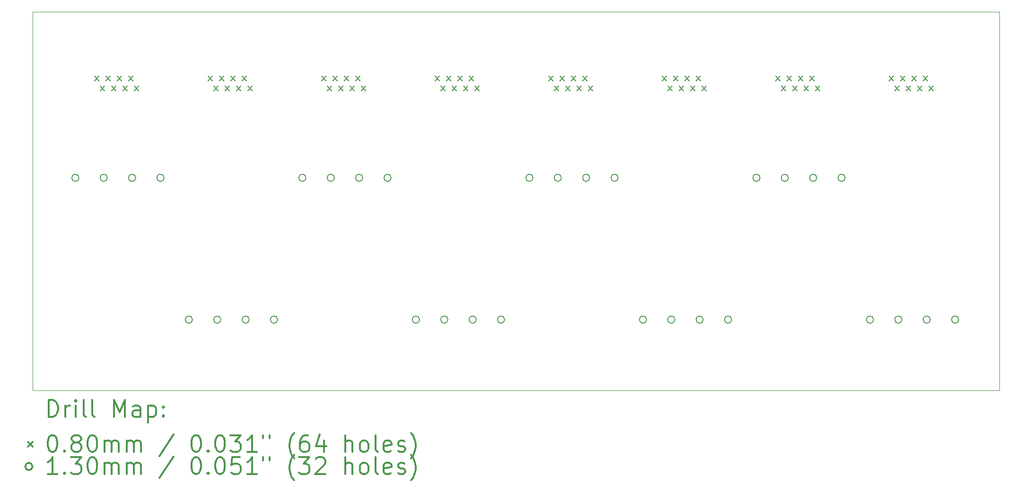
<source format=gbr>
%FSLAX45Y45*%
G04 Gerber Fmt 4.5, Leading zero omitted, Abs format (unit mm)*
G04 Created by KiCad (PCBNEW (5.1.9)-1) date 2021-09-29 15:51:36*
%MOMM*%
%LPD*%
G01*
G04 APERTURE LIST*
%TA.AperFunction,Profile*%
%ADD10C,0.100000*%
%TD*%
%ADD11C,0.200000*%
%ADD12C,0.300000*%
G04 APERTURE END LIST*
D10*
X23777000Y-13208000D02*
X23777000Y-6428000D01*
X23777000Y-6428000D02*
X6477000Y-6428000D01*
X6477000Y-13208000D02*
X23777000Y-13208000D01*
X6477000Y-6428000D02*
X6477000Y-13208000D01*
D11*
X7580000Y-7580000D02*
X7660000Y-7660000D01*
X7660000Y-7580000D02*
X7580000Y-7660000D01*
X7681600Y-7758000D02*
X7761600Y-7838000D01*
X7761600Y-7758000D02*
X7681600Y-7838000D01*
X7783200Y-7580000D02*
X7863200Y-7660000D01*
X7863200Y-7580000D02*
X7783200Y-7660000D01*
X7884800Y-7758000D02*
X7964800Y-7838000D01*
X7964800Y-7758000D02*
X7884800Y-7838000D01*
X7986400Y-7580000D02*
X8066400Y-7660000D01*
X8066400Y-7580000D02*
X7986400Y-7660000D01*
X8088000Y-7758000D02*
X8168000Y-7838000D01*
X8168000Y-7758000D02*
X8088000Y-7838000D01*
X8189600Y-7580000D02*
X8269600Y-7660000D01*
X8269600Y-7580000D02*
X8189600Y-7660000D01*
X8291200Y-7758000D02*
X8371200Y-7838000D01*
X8371200Y-7758000D02*
X8291200Y-7838000D01*
X9612000Y-7580000D02*
X9692000Y-7660000D01*
X9692000Y-7580000D02*
X9612000Y-7660000D01*
X9713600Y-7758000D02*
X9793600Y-7838000D01*
X9793600Y-7758000D02*
X9713600Y-7838000D01*
X9815200Y-7580000D02*
X9895200Y-7660000D01*
X9895200Y-7580000D02*
X9815200Y-7660000D01*
X9916800Y-7758000D02*
X9996800Y-7838000D01*
X9996800Y-7758000D02*
X9916800Y-7838000D01*
X10018400Y-7580000D02*
X10098400Y-7660000D01*
X10098400Y-7580000D02*
X10018400Y-7660000D01*
X10120000Y-7758000D02*
X10200000Y-7838000D01*
X10200000Y-7758000D02*
X10120000Y-7838000D01*
X10221600Y-7580000D02*
X10301600Y-7660000D01*
X10301600Y-7580000D02*
X10221600Y-7660000D01*
X10323200Y-7758000D02*
X10403200Y-7838000D01*
X10403200Y-7758000D02*
X10323200Y-7838000D01*
X11644000Y-7580000D02*
X11724000Y-7660000D01*
X11724000Y-7580000D02*
X11644000Y-7660000D01*
X11745600Y-7758000D02*
X11825600Y-7838000D01*
X11825600Y-7758000D02*
X11745600Y-7838000D01*
X11847200Y-7580000D02*
X11927200Y-7660000D01*
X11927200Y-7580000D02*
X11847200Y-7660000D01*
X11948800Y-7758000D02*
X12028800Y-7838000D01*
X12028800Y-7758000D02*
X11948800Y-7838000D01*
X12050400Y-7580000D02*
X12130400Y-7660000D01*
X12130400Y-7580000D02*
X12050400Y-7660000D01*
X12152000Y-7758000D02*
X12232000Y-7838000D01*
X12232000Y-7758000D02*
X12152000Y-7838000D01*
X12253600Y-7580000D02*
X12333600Y-7660000D01*
X12333600Y-7580000D02*
X12253600Y-7660000D01*
X12355200Y-7758000D02*
X12435200Y-7838000D01*
X12435200Y-7758000D02*
X12355200Y-7838000D01*
X13676000Y-7580000D02*
X13756000Y-7660000D01*
X13756000Y-7580000D02*
X13676000Y-7660000D01*
X13777600Y-7758000D02*
X13857600Y-7838000D01*
X13857600Y-7758000D02*
X13777600Y-7838000D01*
X13879200Y-7580000D02*
X13959200Y-7660000D01*
X13959200Y-7580000D02*
X13879200Y-7660000D01*
X13980800Y-7758000D02*
X14060800Y-7838000D01*
X14060800Y-7758000D02*
X13980800Y-7838000D01*
X14082400Y-7580000D02*
X14162400Y-7660000D01*
X14162400Y-7580000D02*
X14082400Y-7660000D01*
X14184000Y-7758000D02*
X14264000Y-7838000D01*
X14264000Y-7758000D02*
X14184000Y-7838000D01*
X14285600Y-7580000D02*
X14365600Y-7660000D01*
X14365600Y-7580000D02*
X14285600Y-7660000D01*
X14387200Y-7758000D02*
X14467200Y-7838000D01*
X14467200Y-7758000D02*
X14387200Y-7838000D01*
X15708000Y-7580000D02*
X15788000Y-7660000D01*
X15788000Y-7580000D02*
X15708000Y-7660000D01*
X15809600Y-7758000D02*
X15889600Y-7838000D01*
X15889600Y-7758000D02*
X15809600Y-7838000D01*
X15911200Y-7580000D02*
X15991200Y-7660000D01*
X15991200Y-7580000D02*
X15911200Y-7660000D01*
X16012800Y-7758000D02*
X16092800Y-7838000D01*
X16092800Y-7758000D02*
X16012800Y-7838000D01*
X16114400Y-7580000D02*
X16194400Y-7660000D01*
X16194400Y-7580000D02*
X16114400Y-7660000D01*
X16216000Y-7758000D02*
X16296000Y-7838000D01*
X16296000Y-7758000D02*
X16216000Y-7838000D01*
X16317600Y-7580000D02*
X16397600Y-7660000D01*
X16397600Y-7580000D02*
X16317600Y-7660000D01*
X16419200Y-7758000D02*
X16499200Y-7838000D01*
X16499200Y-7758000D02*
X16419200Y-7838000D01*
X17740000Y-7580000D02*
X17820000Y-7660000D01*
X17820000Y-7580000D02*
X17740000Y-7660000D01*
X17841600Y-7758000D02*
X17921600Y-7838000D01*
X17921600Y-7758000D02*
X17841600Y-7838000D01*
X17943200Y-7580000D02*
X18023200Y-7660000D01*
X18023200Y-7580000D02*
X17943200Y-7660000D01*
X18044800Y-7758000D02*
X18124800Y-7838000D01*
X18124800Y-7758000D02*
X18044800Y-7838000D01*
X18146400Y-7580000D02*
X18226400Y-7660000D01*
X18226400Y-7580000D02*
X18146400Y-7660000D01*
X18248000Y-7758000D02*
X18328000Y-7838000D01*
X18328000Y-7758000D02*
X18248000Y-7838000D01*
X18349600Y-7580000D02*
X18429600Y-7660000D01*
X18429600Y-7580000D02*
X18349600Y-7660000D01*
X18451200Y-7758000D02*
X18531200Y-7838000D01*
X18531200Y-7758000D02*
X18451200Y-7838000D01*
X19772000Y-7580000D02*
X19852000Y-7660000D01*
X19852000Y-7580000D02*
X19772000Y-7660000D01*
X19873600Y-7758000D02*
X19953600Y-7838000D01*
X19953600Y-7758000D02*
X19873600Y-7838000D01*
X19975200Y-7580000D02*
X20055200Y-7660000D01*
X20055200Y-7580000D02*
X19975200Y-7660000D01*
X20076800Y-7758000D02*
X20156800Y-7838000D01*
X20156800Y-7758000D02*
X20076800Y-7838000D01*
X20178400Y-7580000D02*
X20258400Y-7660000D01*
X20258400Y-7580000D02*
X20178400Y-7660000D01*
X20280000Y-7758000D02*
X20360000Y-7838000D01*
X20360000Y-7758000D02*
X20280000Y-7838000D01*
X20381600Y-7580000D02*
X20461600Y-7660000D01*
X20461600Y-7580000D02*
X20381600Y-7660000D01*
X20483200Y-7758000D02*
X20563200Y-7838000D01*
X20563200Y-7758000D02*
X20483200Y-7838000D01*
X21804000Y-7580000D02*
X21884000Y-7660000D01*
X21884000Y-7580000D02*
X21804000Y-7660000D01*
X21905600Y-7758000D02*
X21985600Y-7838000D01*
X21985600Y-7758000D02*
X21905600Y-7838000D01*
X22007200Y-7580000D02*
X22087200Y-7660000D01*
X22087200Y-7580000D02*
X22007200Y-7660000D01*
X22108800Y-7758000D02*
X22188800Y-7838000D01*
X22188800Y-7758000D02*
X22108800Y-7838000D01*
X22210400Y-7580000D02*
X22290400Y-7660000D01*
X22290400Y-7580000D02*
X22210400Y-7660000D01*
X22312000Y-7758000D02*
X22392000Y-7838000D01*
X22392000Y-7758000D02*
X22312000Y-7838000D01*
X22413600Y-7580000D02*
X22493600Y-7660000D01*
X22493600Y-7580000D02*
X22413600Y-7660000D01*
X22515200Y-7758000D02*
X22595200Y-7838000D01*
X22595200Y-7758000D02*
X22515200Y-7838000D01*
X7304000Y-9398000D02*
G75*
G03*
X7304000Y-9398000I-65000J0D01*
G01*
X7812000Y-9398000D02*
G75*
G03*
X7812000Y-9398000I-65000J0D01*
G01*
X8320000Y-9398000D02*
G75*
G03*
X8320000Y-9398000I-65000J0D01*
G01*
X8828000Y-9398000D02*
G75*
G03*
X8828000Y-9398000I-65000J0D01*
G01*
X9336000Y-11938000D02*
G75*
G03*
X9336000Y-11938000I-65000J0D01*
G01*
X9844000Y-11938000D02*
G75*
G03*
X9844000Y-11938000I-65000J0D01*
G01*
X10352000Y-11938000D02*
G75*
G03*
X10352000Y-11938000I-65000J0D01*
G01*
X10860000Y-11938000D02*
G75*
G03*
X10860000Y-11938000I-65000J0D01*
G01*
X11368000Y-9398000D02*
G75*
G03*
X11368000Y-9398000I-65000J0D01*
G01*
X11876000Y-9398000D02*
G75*
G03*
X11876000Y-9398000I-65000J0D01*
G01*
X12384000Y-9398000D02*
G75*
G03*
X12384000Y-9398000I-65000J0D01*
G01*
X12892000Y-9398000D02*
G75*
G03*
X12892000Y-9398000I-65000J0D01*
G01*
X13400000Y-11938000D02*
G75*
G03*
X13400000Y-11938000I-65000J0D01*
G01*
X13908000Y-11938000D02*
G75*
G03*
X13908000Y-11938000I-65000J0D01*
G01*
X14416000Y-11938000D02*
G75*
G03*
X14416000Y-11938000I-65000J0D01*
G01*
X14924000Y-11938000D02*
G75*
G03*
X14924000Y-11938000I-65000J0D01*
G01*
X15432000Y-9398000D02*
G75*
G03*
X15432000Y-9398000I-65000J0D01*
G01*
X15940000Y-9398000D02*
G75*
G03*
X15940000Y-9398000I-65000J0D01*
G01*
X16448000Y-9398000D02*
G75*
G03*
X16448000Y-9398000I-65000J0D01*
G01*
X16956000Y-9398000D02*
G75*
G03*
X16956000Y-9398000I-65000J0D01*
G01*
X17464000Y-11938000D02*
G75*
G03*
X17464000Y-11938000I-65000J0D01*
G01*
X17972000Y-11938000D02*
G75*
G03*
X17972000Y-11938000I-65000J0D01*
G01*
X18480000Y-11938000D02*
G75*
G03*
X18480000Y-11938000I-65000J0D01*
G01*
X18988000Y-11938000D02*
G75*
G03*
X18988000Y-11938000I-65000J0D01*
G01*
X19496000Y-9398000D02*
G75*
G03*
X19496000Y-9398000I-65000J0D01*
G01*
X20004000Y-9398000D02*
G75*
G03*
X20004000Y-9398000I-65000J0D01*
G01*
X20512000Y-9398000D02*
G75*
G03*
X20512000Y-9398000I-65000J0D01*
G01*
X21020000Y-9398000D02*
G75*
G03*
X21020000Y-9398000I-65000J0D01*
G01*
X21528000Y-11938000D02*
G75*
G03*
X21528000Y-11938000I-65000J0D01*
G01*
X22036000Y-11938000D02*
G75*
G03*
X22036000Y-11938000I-65000J0D01*
G01*
X22544000Y-11938000D02*
G75*
G03*
X22544000Y-11938000I-65000J0D01*
G01*
X23052000Y-11938000D02*
G75*
G03*
X23052000Y-11938000I-65000J0D01*
G01*
D12*
X6758428Y-13678714D02*
X6758428Y-13378714D01*
X6829857Y-13378714D01*
X6872714Y-13393000D01*
X6901286Y-13421571D01*
X6915571Y-13450143D01*
X6929857Y-13507286D01*
X6929857Y-13550143D01*
X6915571Y-13607286D01*
X6901286Y-13635857D01*
X6872714Y-13664429D01*
X6829857Y-13678714D01*
X6758428Y-13678714D01*
X7058428Y-13678714D02*
X7058428Y-13478714D01*
X7058428Y-13535857D02*
X7072714Y-13507286D01*
X7087000Y-13493000D01*
X7115571Y-13478714D01*
X7144143Y-13478714D01*
X7244143Y-13678714D02*
X7244143Y-13478714D01*
X7244143Y-13378714D02*
X7229857Y-13393000D01*
X7244143Y-13407286D01*
X7258428Y-13393000D01*
X7244143Y-13378714D01*
X7244143Y-13407286D01*
X7429857Y-13678714D02*
X7401286Y-13664429D01*
X7387000Y-13635857D01*
X7387000Y-13378714D01*
X7587000Y-13678714D02*
X7558428Y-13664429D01*
X7544143Y-13635857D01*
X7544143Y-13378714D01*
X7929857Y-13678714D02*
X7929857Y-13378714D01*
X8029857Y-13593000D01*
X8129857Y-13378714D01*
X8129857Y-13678714D01*
X8401286Y-13678714D02*
X8401286Y-13521571D01*
X8387000Y-13493000D01*
X8358428Y-13478714D01*
X8301286Y-13478714D01*
X8272714Y-13493000D01*
X8401286Y-13664429D02*
X8372714Y-13678714D01*
X8301286Y-13678714D01*
X8272714Y-13664429D01*
X8258428Y-13635857D01*
X8258428Y-13607286D01*
X8272714Y-13578714D01*
X8301286Y-13564429D01*
X8372714Y-13564429D01*
X8401286Y-13550143D01*
X8544143Y-13478714D02*
X8544143Y-13778714D01*
X8544143Y-13493000D02*
X8572714Y-13478714D01*
X8629857Y-13478714D01*
X8658428Y-13493000D01*
X8672714Y-13507286D01*
X8687000Y-13535857D01*
X8687000Y-13621571D01*
X8672714Y-13650143D01*
X8658428Y-13664429D01*
X8629857Y-13678714D01*
X8572714Y-13678714D01*
X8544143Y-13664429D01*
X8815571Y-13650143D02*
X8829857Y-13664429D01*
X8815571Y-13678714D01*
X8801286Y-13664429D01*
X8815571Y-13650143D01*
X8815571Y-13678714D01*
X8815571Y-13493000D02*
X8829857Y-13507286D01*
X8815571Y-13521571D01*
X8801286Y-13507286D01*
X8815571Y-13493000D01*
X8815571Y-13521571D01*
X6392000Y-14133000D02*
X6472000Y-14213000D01*
X6472000Y-14133000D02*
X6392000Y-14213000D01*
X6815571Y-14008714D02*
X6844143Y-14008714D01*
X6872714Y-14023000D01*
X6887000Y-14037286D01*
X6901286Y-14065857D01*
X6915571Y-14123000D01*
X6915571Y-14194429D01*
X6901286Y-14251571D01*
X6887000Y-14280143D01*
X6872714Y-14294429D01*
X6844143Y-14308714D01*
X6815571Y-14308714D01*
X6787000Y-14294429D01*
X6772714Y-14280143D01*
X6758428Y-14251571D01*
X6744143Y-14194429D01*
X6744143Y-14123000D01*
X6758428Y-14065857D01*
X6772714Y-14037286D01*
X6787000Y-14023000D01*
X6815571Y-14008714D01*
X7044143Y-14280143D02*
X7058428Y-14294429D01*
X7044143Y-14308714D01*
X7029857Y-14294429D01*
X7044143Y-14280143D01*
X7044143Y-14308714D01*
X7229857Y-14137286D02*
X7201286Y-14123000D01*
X7187000Y-14108714D01*
X7172714Y-14080143D01*
X7172714Y-14065857D01*
X7187000Y-14037286D01*
X7201286Y-14023000D01*
X7229857Y-14008714D01*
X7287000Y-14008714D01*
X7315571Y-14023000D01*
X7329857Y-14037286D01*
X7344143Y-14065857D01*
X7344143Y-14080143D01*
X7329857Y-14108714D01*
X7315571Y-14123000D01*
X7287000Y-14137286D01*
X7229857Y-14137286D01*
X7201286Y-14151571D01*
X7187000Y-14165857D01*
X7172714Y-14194429D01*
X7172714Y-14251571D01*
X7187000Y-14280143D01*
X7201286Y-14294429D01*
X7229857Y-14308714D01*
X7287000Y-14308714D01*
X7315571Y-14294429D01*
X7329857Y-14280143D01*
X7344143Y-14251571D01*
X7344143Y-14194429D01*
X7329857Y-14165857D01*
X7315571Y-14151571D01*
X7287000Y-14137286D01*
X7529857Y-14008714D02*
X7558428Y-14008714D01*
X7587000Y-14023000D01*
X7601286Y-14037286D01*
X7615571Y-14065857D01*
X7629857Y-14123000D01*
X7629857Y-14194429D01*
X7615571Y-14251571D01*
X7601286Y-14280143D01*
X7587000Y-14294429D01*
X7558428Y-14308714D01*
X7529857Y-14308714D01*
X7501286Y-14294429D01*
X7487000Y-14280143D01*
X7472714Y-14251571D01*
X7458428Y-14194429D01*
X7458428Y-14123000D01*
X7472714Y-14065857D01*
X7487000Y-14037286D01*
X7501286Y-14023000D01*
X7529857Y-14008714D01*
X7758428Y-14308714D02*
X7758428Y-14108714D01*
X7758428Y-14137286D02*
X7772714Y-14123000D01*
X7801286Y-14108714D01*
X7844143Y-14108714D01*
X7872714Y-14123000D01*
X7887000Y-14151571D01*
X7887000Y-14308714D01*
X7887000Y-14151571D02*
X7901286Y-14123000D01*
X7929857Y-14108714D01*
X7972714Y-14108714D01*
X8001286Y-14123000D01*
X8015571Y-14151571D01*
X8015571Y-14308714D01*
X8158428Y-14308714D02*
X8158428Y-14108714D01*
X8158428Y-14137286D02*
X8172714Y-14123000D01*
X8201286Y-14108714D01*
X8244143Y-14108714D01*
X8272714Y-14123000D01*
X8287000Y-14151571D01*
X8287000Y-14308714D01*
X8287000Y-14151571D02*
X8301286Y-14123000D01*
X8329857Y-14108714D01*
X8372714Y-14108714D01*
X8401286Y-14123000D01*
X8415571Y-14151571D01*
X8415571Y-14308714D01*
X9001286Y-13994429D02*
X8744143Y-14380143D01*
X9387000Y-14008714D02*
X9415571Y-14008714D01*
X9444143Y-14023000D01*
X9458428Y-14037286D01*
X9472714Y-14065857D01*
X9487000Y-14123000D01*
X9487000Y-14194429D01*
X9472714Y-14251571D01*
X9458428Y-14280143D01*
X9444143Y-14294429D01*
X9415571Y-14308714D01*
X9387000Y-14308714D01*
X9358428Y-14294429D01*
X9344143Y-14280143D01*
X9329857Y-14251571D01*
X9315571Y-14194429D01*
X9315571Y-14123000D01*
X9329857Y-14065857D01*
X9344143Y-14037286D01*
X9358428Y-14023000D01*
X9387000Y-14008714D01*
X9615571Y-14280143D02*
X9629857Y-14294429D01*
X9615571Y-14308714D01*
X9601286Y-14294429D01*
X9615571Y-14280143D01*
X9615571Y-14308714D01*
X9815571Y-14008714D02*
X9844143Y-14008714D01*
X9872714Y-14023000D01*
X9887000Y-14037286D01*
X9901286Y-14065857D01*
X9915571Y-14123000D01*
X9915571Y-14194429D01*
X9901286Y-14251571D01*
X9887000Y-14280143D01*
X9872714Y-14294429D01*
X9844143Y-14308714D01*
X9815571Y-14308714D01*
X9787000Y-14294429D01*
X9772714Y-14280143D01*
X9758428Y-14251571D01*
X9744143Y-14194429D01*
X9744143Y-14123000D01*
X9758428Y-14065857D01*
X9772714Y-14037286D01*
X9787000Y-14023000D01*
X9815571Y-14008714D01*
X10015571Y-14008714D02*
X10201286Y-14008714D01*
X10101286Y-14123000D01*
X10144143Y-14123000D01*
X10172714Y-14137286D01*
X10187000Y-14151571D01*
X10201286Y-14180143D01*
X10201286Y-14251571D01*
X10187000Y-14280143D01*
X10172714Y-14294429D01*
X10144143Y-14308714D01*
X10058428Y-14308714D01*
X10029857Y-14294429D01*
X10015571Y-14280143D01*
X10487000Y-14308714D02*
X10315571Y-14308714D01*
X10401286Y-14308714D02*
X10401286Y-14008714D01*
X10372714Y-14051571D01*
X10344143Y-14080143D01*
X10315571Y-14094429D01*
X10601286Y-14008714D02*
X10601286Y-14065857D01*
X10715571Y-14008714D02*
X10715571Y-14065857D01*
X11158428Y-14423000D02*
X11144143Y-14408714D01*
X11115571Y-14365857D01*
X11101286Y-14337286D01*
X11087000Y-14294429D01*
X11072714Y-14223000D01*
X11072714Y-14165857D01*
X11087000Y-14094429D01*
X11101286Y-14051571D01*
X11115571Y-14023000D01*
X11144143Y-13980143D01*
X11158428Y-13965857D01*
X11401286Y-14008714D02*
X11344143Y-14008714D01*
X11315571Y-14023000D01*
X11301286Y-14037286D01*
X11272714Y-14080143D01*
X11258428Y-14137286D01*
X11258428Y-14251571D01*
X11272714Y-14280143D01*
X11287000Y-14294429D01*
X11315571Y-14308714D01*
X11372714Y-14308714D01*
X11401286Y-14294429D01*
X11415571Y-14280143D01*
X11429857Y-14251571D01*
X11429857Y-14180143D01*
X11415571Y-14151571D01*
X11401286Y-14137286D01*
X11372714Y-14123000D01*
X11315571Y-14123000D01*
X11287000Y-14137286D01*
X11272714Y-14151571D01*
X11258428Y-14180143D01*
X11687000Y-14108714D02*
X11687000Y-14308714D01*
X11615571Y-13994429D02*
X11544143Y-14208714D01*
X11729857Y-14208714D01*
X12072714Y-14308714D02*
X12072714Y-14008714D01*
X12201286Y-14308714D02*
X12201286Y-14151571D01*
X12187000Y-14123000D01*
X12158428Y-14108714D01*
X12115571Y-14108714D01*
X12087000Y-14123000D01*
X12072714Y-14137286D01*
X12387000Y-14308714D02*
X12358428Y-14294429D01*
X12344143Y-14280143D01*
X12329857Y-14251571D01*
X12329857Y-14165857D01*
X12344143Y-14137286D01*
X12358428Y-14123000D01*
X12387000Y-14108714D01*
X12429857Y-14108714D01*
X12458428Y-14123000D01*
X12472714Y-14137286D01*
X12487000Y-14165857D01*
X12487000Y-14251571D01*
X12472714Y-14280143D01*
X12458428Y-14294429D01*
X12429857Y-14308714D01*
X12387000Y-14308714D01*
X12658428Y-14308714D02*
X12629857Y-14294429D01*
X12615571Y-14265857D01*
X12615571Y-14008714D01*
X12887000Y-14294429D02*
X12858428Y-14308714D01*
X12801286Y-14308714D01*
X12772714Y-14294429D01*
X12758428Y-14265857D01*
X12758428Y-14151571D01*
X12772714Y-14123000D01*
X12801286Y-14108714D01*
X12858428Y-14108714D01*
X12887000Y-14123000D01*
X12901286Y-14151571D01*
X12901286Y-14180143D01*
X12758428Y-14208714D01*
X13015571Y-14294429D02*
X13044143Y-14308714D01*
X13101286Y-14308714D01*
X13129857Y-14294429D01*
X13144143Y-14265857D01*
X13144143Y-14251571D01*
X13129857Y-14223000D01*
X13101286Y-14208714D01*
X13058428Y-14208714D01*
X13029857Y-14194429D01*
X13015571Y-14165857D01*
X13015571Y-14151571D01*
X13029857Y-14123000D01*
X13058428Y-14108714D01*
X13101286Y-14108714D01*
X13129857Y-14123000D01*
X13244143Y-14423000D02*
X13258428Y-14408714D01*
X13287000Y-14365857D01*
X13301286Y-14337286D01*
X13315571Y-14294429D01*
X13329857Y-14223000D01*
X13329857Y-14165857D01*
X13315571Y-14094429D01*
X13301286Y-14051571D01*
X13287000Y-14023000D01*
X13258428Y-13980143D01*
X13244143Y-13965857D01*
X6472000Y-14569000D02*
G75*
G03*
X6472000Y-14569000I-65000J0D01*
G01*
X6915571Y-14704714D02*
X6744143Y-14704714D01*
X6829857Y-14704714D02*
X6829857Y-14404714D01*
X6801286Y-14447571D01*
X6772714Y-14476143D01*
X6744143Y-14490429D01*
X7044143Y-14676143D02*
X7058428Y-14690429D01*
X7044143Y-14704714D01*
X7029857Y-14690429D01*
X7044143Y-14676143D01*
X7044143Y-14704714D01*
X7158428Y-14404714D02*
X7344143Y-14404714D01*
X7244143Y-14519000D01*
X7287000Y-14519000D01*
X7315571Y-14533286D01*
X7329857Y-14547571D01*
X7344143Y-14576143D01*
X7344143Y-14647571D01*
X7329857Y-14676143D01*
X7315571Y-14690429D01*
X7287000Y-14704714D01*
X7201286Y-14704714D01*
X7172714Y-14690429D01*
X7158428Y-14676143D01*
X7529857Y-14404714D02*
X7558428Y-14404714D01*
X7587000Y-14419000D01*
X7601286Y-14433286D01*
X7615571Y-14461857D01*
X7629857Y-14519000D01*
X7629857Y-14590429D01*
X7615571Y-14647571D01*
X7601286Y-14676143D01*
X7587000Y-14690429D01*
X7558428Y-14704714D01*
X7529857Y-14704714D01*
X7501286Y-14690429D01*
X7487000Y-14676143D01*
X7472714Y-14647571D01*
X7458428Y-14590429D01*
X7458428Y-14519000D01*
X7472714Y-14461857D01*
X7487000Y-14433286D01*
X7501286Y-14419000D01*
X7529857Y-14404714D01*
X7758428Y-14704714D02*
X7758428Y-14504714D01*
X7758428Y-14533286D02*
X7772714Y-14519000D01*
X7801286Y-14504714D01*
X7844143Y-14504714D01*
X7872714Y-14519000D01*
X7887000Y-14547571D01*
X7887000Y-14704714D01*
X7887000Y-14547571D02*
X7901286Y-14519000D01*
X7929857Y-14504714D01*
X7972714Y-14504714D01*
X8001286Y-14519000D01*
X8015571Y-14547571D01*
X8015571Y-14704714D01*
X8158428Y-14704714D02*
X8158428Y-14504714D01*
X8158428Y-14533286D02*
X8172714Y-14519000D01*
X8201286Y-14504714D01*
X8244143Y-14504714D01*
X8272714Y-14519000D01*
X8287000Y-14547571D01*
X8287000Y-14704714D01*
X8287000Y-14547571D02*
X8301286Y-14519000D01*
X8329857Y-14504714D01*
X8372714Y-14504714D01*
X8401286Y-14519000D01*
X8415571Y-14547571D01*
X8415571Y-14704714D01*
X9001286Y-14390429D02*
X8744143Y-14776143D01*
X9387000Y-14404714D02*
X9415571Y-14404714D01*
X9444143Y-14419000D01*
X9458428Y-14433286D01*
X9472714Y-14461857D01*
X9487000Y-14519000D01*
X9487000Y-14590429D01*
X9472714Y-14647571D01*
X9458428Y-14676143D01*
X9444143Y-14690429D01*
X9415571Y-14704714D01*
X9387000Y-14704714D01*
X9358428Y-14690429D01*
X9344143Y-14676143D01*
X9329857Y-14647571D01*
X9315571Y-14590429D01*
X9315571Y-14519000D01*
X9329857Y-14461857D01*
X9344143Y-14433286D01*
X9358428Y-14419000D01*
X9387000Y-14404714D01*
X9615571Y-14676143D02*
X9629857Y-14690429D01*
X9615571Y-14704714D01*
X9601286Y-14690429D01*
X9615571Y-14676143D01*
X9615571Y-14704714D01*
X9815571Y-14404714D02*
X9844143Y-14404714D01*
X9872714Y-14419000D01*
X9887000Y-14433286D01*
X9901286Y-14461857D01*
X9915571Y-14519000D01*
X9915571Y-14590429D01*
X9901286Y-14647571D01*
X9887000Y-14676143D01*
X9872714Y-14690429D01*
X9844143Y-14704714D01*
X9815571Y-14704714D01*
X9787000Y-14690429D01*
X9772714Y-14676143D01*
X9758428Y-14647571D01*
X9744143Y-14590429D01*
X9744143Y-14519000D01*
X9758428Y-14461857D01*
X9772714Y-14433286D01*
X9787000Y-14419000D01*
X9815571Y-14404714D01*
X10187000Y-14404714D02*
X10044143Y-14404714D01*
X10029857Y-14547571D01*
X10044143Y-14533286D01*
X10072714Y-14519000D01*
X10144143Y-14519000D01*
X10172714Y-14533286D01*
X10187000Y-14547571D01*
X10201286Y-14576143D01*
X10201286Y-14647571D01*
X10187000Y-14676143D01*
X10172714Y-14690429D01*
X10144143Y-14704714D01*
X10072714Y-14704714D01*
X10044143Y-14690429D01*
X10029857Y-14676143D01*
X10487000Y-14704714D02*
X10315571Y-14704714D01*
X10401286Y-14704714D02*
X10401286Y-14404714D01*
X10372714Y-14447571D01*
X10344143Y-14476143D01*
X10315571Y-14490429D01*
X10601286Y-14404714D02*
X10601286Y-14461857D01*
X10715571Y-14404714D02*
X10715571Y-14461857D01*
X11158428Y-14819000D02*
X11144143Y-14804714D01*
X11115571Y-14761857D01*
X11101286Y-14733286D01*
X11087000Y-14690429D01*
X11072714Y-14619000D01*
X11072714Y-14561857D01*
X11087000Y-14490429D01*
X11101286Y-14447571D01*
X11115571Y-14419000D01*
X11144143Y-14376143D01*
X11158428Y-14361857D01*
X11244143Y-14404714D02*
X11429857Y-14404714D01*
X11329857Y-14519000D01*
X11372714Y-14519000D01*
X11401286Y-14533286D01*
X11415571Y-14547571D01*
X11429857Y-14576143D01*
X11429857Y-14647571D01*
X11415571Y-14676143D01*
X11401286Y-14690429D01*
X11372714Y-14704714D01*
X11287000Y-14704714D01*
X11258428Y-14690429D01*
X11244143Y-14676143D01*
X11544143Y-14433286D02*
X11558428Y-14419000D01*
X11587000Y-14404714D01*
X11658428Y-14404714D01*
X11687000Y-14419000D01*
X11701286Y-14433286D01*
X11715571Y-14461857D01*
X11715571Y-14490429D01*
X11701286Y-14533286D01*
X11529857Y-14704714D01*
X11715571Y-14704714D01*
X12072714Y-14704714D02*
X12072714Y-14404714D01*
X12201286Y-14704714D02*
X12201286Y-14547571D01*
X12187000Y-14519000D01*
X12158428Y-14504714D01*
X12115571Y-14504714D01*
X12087000Y-14519000D01*
X12072714Y-14533286D01*
X12387000Y-14704714D02*
X12358428Y-14690429D01*
X12344143Y-14676143D01*
X12329857Y-14647571D01*
X12329857Y-14561857D01*
X12344143Y-14533286D01*
X12358428Y-14519000D01*
X12387000Y-14504714D01*
X12429857Y-14504714D01*
X12458428Y-14519000D01*
X12472714Y-14533286D01*
X12487000Y-14561857D01*
X12487000Y-14647571D01*
X12472714Y-14676143D01*
X12458428Y-14690429D01*
X12429857Y-14704714D01*
X12387000Y-14704714D01*
X12658428Y-14704714D02*
X12629857Y-14690429D01*
X12615571Y-14661857D01*
X12615571Y-14404714D01*
X12887000Y-14690429D02*
X12858428Y-14704714D01*
X12801286Y-14704714D01*
X12772714Y-14690429D01*
X12758428Y-14661857D01*
X12758428Y-14547571D01*
X12772714Y-14519000D01*
X12801286Y-14504714D01*
X12858428Y-14504714D01*
X12887000Y-14519000D01*
X12901286Y-14547571D01*
X12901286Y-14576143D01*
X12758428Y-14604714D01*
X13015571Y-14690429D02*
X13044143Y-14704714D01*
X13101286Y-14704714D01*
X13129857Y-14690429D01*
X13144143Y-14661857D01*
X13144143Y-14647571D01*
X13129857Y-14619000D01*
X13101286Y-14604714D01*
X13058428Y-14604714D01*
X13029857Y-14590429D01*
X13015571Y-14561857D01*
X13015571Y-14547571D01*
X13029857Y-14519000D01*
X13058428Y-14504714D01*
X13101286Y-14504714D01*
X13129857Y-14519000D01*
X13244143Y-14819000D02*
X13258428Y-14804714D01*
X13287000Y-14761857D01*
X13301286Y-14733286D01*
X13315571Y-14690429D01*
X13329857Y-14619000D01*
X13329857Y-14561857D01*
X13315571Y-14490429D01*
X13301286Y-14447571D01*
X13287000Y-14419000D01*
X13258428Y-14376143D01*
X13244143Y-14361857D01*
M02*

</source>
